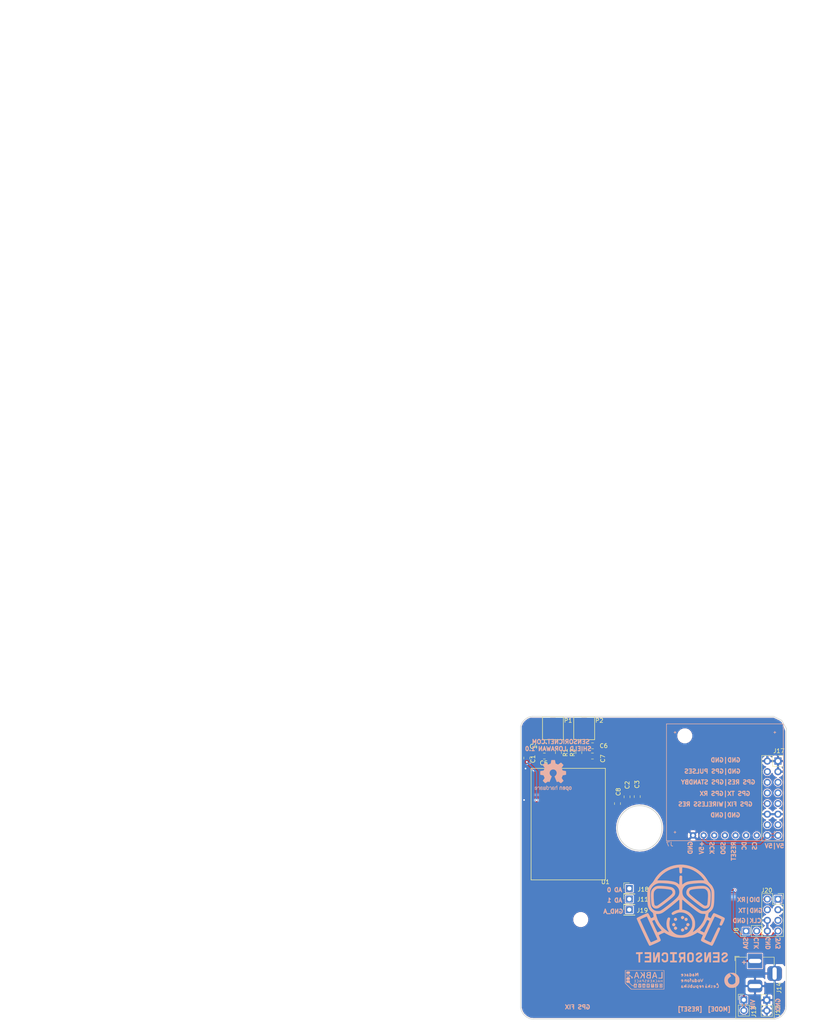
<source format=kicad_pcb>
(kicad_pcb (version 20171130) (host pcbnew 5.0.2+dfsg1-1~bpo9+1)
  (title_block (title "SENSORICNET mother board") (date 2019-02-20) (rev 1.0) (company "Labka z.s.") (comment 1 "created by i_a"))
  (layers (0 F.Cu signal) (31 B.Cu signal) (34 B.Paste user) (35 F.Paste user) (36 B.SilkS user) (37 F.SilkS user) (38 B.Mask user hide) (39 F.Mask user hide) (44 Edge.Cuts user))
  (net 0 "")
  (net 1 GND)
  (net 2 +5V)
  (net 3 +9V)
  (net 4 WIRELESS_reset)
  (net 5 +3V3)
  (net 6 Tx)
  (net 7 Rx)
  (net 8 "Net-(C4-Pad2)")
  (net 9 "Net-(C5-Pad2)")
  (net 10 "Net-(C6-Pad2)")
  (net 11 "Net-(C7-Pad2)")
  (module graphics:PCB_artwork (layer F.Cu) (at 163.29152 89.46896)
    (fp_text reference LOGO1 hide)
    (fp_text value LOGO hide)
  )
  (module SNPM:MountingHole_3.2mm_M3_DIN965 (layer F.Cu) (at 146.47672 102.37216)
    (fp_text reference J5 hide)
    (fp_text value CONN_01X01)
    (pad 1 np_thru_hole circle (at 0 0) (size 3.2 3.2) (drill 3.2) (layers *.Cu *.Mask))
  )
  (module SNPM:MountingHole_3.2mm_M3_DIN965 (layer F.Cu) (at 171.36872 58.43016)
    (fp_text reference J6 hide)
    (fp_text value CONN_01X01)
    (pad 1 np_thru_hole circle (at 0 0) (size 3.2 3.2) (drill 3.2) (layers *.Cu *.Mask))
  )
  (module Connector_PinSocket_2.54mm:PinSocket_2x08_P2.54mm_Vertical (layer F.Cu) (at 193.65722 64.46266)
    (fp_text reference J17 (at 0.2159 -2.4257) (layer F.SilkS))
    (fp_text value Conn_02x08_Odd_Even)
    (pad 1 thru_hole rect (at 0 0) (size 1.7 1.7) (drill 1) (layers *.Cu *.Mask) (net 1 GND))
    (pad 2 thru_hole oval (at -2.54 0) (size 1.7 1.7) (drill 1) (layers *.Cu *.Mask) (net 1 GND))
    (pad 3 thru_hole oval (at 0 2.54) (size 1.7 1.7) (drill 1) (layers *.Cu *.Mask) (net 1 GND))
    (pad 4 thru_hole oval (at -2.54 2.54) (size 1.7 1.7) (drill 1) (layers *.Cu *.Mask))
    (pad 5 thru_hole oval (at 0 5.08) (size 1.7 1.7) (drill 1) (layers *.Cu *.Mask))
    (pad 6 thru_hole oval (at -2.54 5.08) (size 1.7 1.7) (drill 1) (layers *.Cu *.Mask))
    (pad 7 thru_hole oval (at 0 7.62) (size 1.7 1.7) (drill 1) (layers *.Cu *.Mask))
    (pad 8 thru_hole oval (at -2.54 7.62) (size 1.7 1.7) (drill 1) (layers *.Cu *.Mask))
    (pad 9 thru_hole oval (at 0 10.16) (size 1.7 1.7) (drill 1) (layers *.Cu *.Mask))
    (pad 10 thru_hole oval (at -2.54 10.16) (size 1.7 1.7) (drill 1) (layers *.Cu *.Mask) (net 4 WIRELESS_reset))
    (pad 11 thru_hole oval (at 0 12.7) (size 1.7 1.7) (drill 1) (layers *.Cu *.Mask) (net 1 GND))
    (pad 12 thru_hole oval (at -2.54 12.7) (size 1.7 1.7) (drill 1) (layers *.Cu *.Mask) (net 1 GND))
    (pad 13 thru_hole oval (at 0 15.24) (size 1.7 1.7) (drill 1) (layers *.Cu *.Mask))
    (pad 14 thru_hole oval (at -2.54 15.24) (size 1.7 1.7) (drill 1) (layers *.Cu *.Mask))
    (pad 15 thru_hole oval (at 0 17.78) (size 1.7 1.7) (drill 1) (layers *.Cu *.Mask) (net 2 +5V))
    (pad 16 thru_hole oval (at -2.54 17.78) (size 1.7 1.7) (drill 1) (layers *.Cu *.Mask) (net 2 +5V))
  )
  (module Connector_PinSocket_2.54mm:PinSocket_2x04_P2.54mm_Vertical (layer F.Cu) (at 193.65722 97.48266)
    (fp_text reference J20 (at -2.6797 -2.0955 180) (layer F.SilkS))
    (fp_text value Conn_02x04_Odd_Even)
    (pad 8 thru_hole oval (at -2.54 7.62) (size 1.7 1.7) (drill 1) (layers *.Cu *.Mask) (net 1 GND))
    (pad 7 thru_hole oval (at 0 7.62) (size 1.7 1.7) (drill 1) (layers *.Cu *.Mask) (net 5 +3V3))
    (pad 6 thru_hole oval (at -2.54 5.08) (size 1.7 1.7) (drill 1) (layers *.Cu *.Mask) (net 1 GND))
    (pad 5 thru_hole oval (at 0 5.08) (size 1.7 1.7) (drill 1) (layers *.Cu *.Mask))
    (pad 4 thru_hole oval (at -2.54 2.54) (size 1.7 1.7) (drill 1) (layers *.Cu *.Mask) (net 6 Tx))
    (pad 3 thru_hole oval (at 0 2.54) (size 1.7 1.7) (drill 1) (layers *.Cu *.Mask) (net 1 GND))
    (pad 2 thru_hole oval (at -2.54 0) (size 1.7 1.7) (drill 1) (layers *.Cu *.Mask) (net 7 Rx))
    (pad 1 thru_hole rect (at 0 0) (size 1.7 1.7) (drill 1) (layers *.Cu *.Mask))
  )
  (module Connector_PinHeader_2.54mm:PinHeader_1x02_P2.54mm_Vertical (layer F.Cu) (at 186.02452 105.11536 90)
    (fp_text reference J8 (at 0 -2.33 90) (layer F.SilkS))
    (fp_text value Conn_02x01)
    (pad 1 thru_hole rect (at 0 0 90) (size 1.7 1.7) (drill 1) (layers *.Cu *.Mask))
    (pad 2 thru_hole oval (at 0 2.54 90) (size 1.7 1.7) (drill 1) (layers *.Cu *.Mask))
  )
  (module SNPM:OLED (layer F.Cu) (at 180.95722 82.24266)
    (fp_text reference J7 (at -13.1953 2.0955) (layer B.SilkS) (effects (justify mirror)))
    (fp_text value Conn_01x07_Female)
    (pad 1 thru_hole circle (at -7.62 0) (size 1.524 1.524) (drill 0.762) (layers *.Cu *.Mask) (net 1 GND))
    (pad 2 thru_hole circle (at -5.08 0) (size 1.524 1.524) (drill 0.762) (layers *.Cu *.Mask) (net 2 +5V))
    (pad 3 thru_hole circle (at -2.54 0) (size 1.524 1.524) (drill 0.762) (layers *.Cu *.Mask))
    (pad 4 thru_hole circle (at 0 0) (size 1.524 1.524) (drill 0.762) (layers *.Cu *.Mask))
    (pad 5 thru_hole circle (at 2.54 0) (size 1.524 1.524) (drill 0.762) (layers *.Cu *.Mask))
    (pad 6 thru_hole circle (at 5.08 0) (size 1.524 1.524) (drill 0.762) (layers *.Cu *.Mask))
    (pad 7 thru_hole circle (at 7.62 0) (size 1.524 1.524) (drill 0.762) (layers *.Cu *.Mask))
  )
  (module SNPM:OSHW-Logo2_9.8x8mm_BackSilkScreen (layer F.Cu) (at 139.87272 67.92976)
    (fp_text reference LOGO2 hide)
    (fp_text value LOGO hide)
  )
  (module Connector_BarrelJack:BarrelJack_Horizontal (layer F.Cu) (at 188.15712 112.27536 90)
    (fp_text reference J12 (at -11.9916 5.462 90) (layer F.SilkS))
    (fp_text value Barrel_Jack_Switch)
    (pad 1 thru_hole rect (at 0 0 90) (size 3.5 3.5) (drill oval 1 3) (layers *.Cu *.Mask) (net 3 +9V))
    (pad 2 thru_hole roundrect (at -6 0 90) (size 3 3.5) (drill oval 1 3) (layers *.Cu *.Mask) (net 1 GND))
    (pad 3 thru_hole roundrect (at -3 4.7 90) (size 3.5 3.5) (drill oval 3 1) (layers *.Cu *.Mask) (net 1 GND))
  )
  (module Connector_PinHeader_2.54mm:PinHeader_1x02_P2.54mm_Vertical (layer F.Cu) (at 185.49112 121.57456)
    (fp_text reference J13 (at 2.3876 2.8448 90) (layer F.SilkS))
    (fp_text value Conn_01x02_Female)
    (pad 1 thru_hole rect (at 0 0) (size 1.7 1.7) (drill 1) (layers *.Cu *.Mask) (net 3 +9V))
    (pad 2 thru_hole oval (at 0 2.54) (size 1.7 1.7) (drill 1) (layers *.Cu *.Mask) (net 3 +9V))
  )
  (module Connector_PinHeader_2.54mm:PinHeader_1x02_P2.54mm_Vertical (layer F.Cu) (at 190.97752 121.62536)
    (fp_text reference J14 (at 2.9464 -2.8956 90) (layer F.SilkS))
    (fp_text value Conn_01x02_Female)
    (pad 1 thru_hole rect (at 0 0) (size 1.7 1.7) (drill 1) (layers *.Cu *.Mask) (net 1 GND))
    (pad 2 thru_hole oval (at 0 2.54) (size 1.7 1.7) (drill 1) (layers *.Cu *.Mask) (net 1 GND))
  )
  (module Connector_PinHeader_2.54mm:PinHeader_1x01_P2.54mm_Vertical (layer F.Cu) (at 158.08452 97.46996)
    (fp_text reference J11 (at 3.2258 0.0762) (layer F.SilkS))
    (fp_text value CONN_01X01)
    (pad 1 thru_hole rect (at 0 0) (size 1.7 1.7) (drill 1) (layers *.Cu *.Mask))
  )
  (module Connector_PinHeader_2.54mm:PinHeader_1x01_P2.54mm_Vertical (layer F.Cu) (at 158.09722 94.94266)
    (fp_text reference J18 (at 3.3147 0.2159) (layer F.SilkS))
    (fp_text value CONN_01X01)
    (pad 1 thru_hole rect (at 0 0) (size 1.7 1.7) (drill 1) (layers *.Cu *.Mask))
  )
  (module Connector_PinHeader_2.54mm:PinHeader_1x01_P2.54mm_Vertical (layer F.Cu) (at 158.08452 100.00996)
    (fp_text reference J19 (at 3.1242 0.1778) (layer F.SilkS))
    (fp_text value CONN_01X01)
    (pad 1 thru_hole rect (at 0 0) (size 1.7 1.7) (drill 1) (layers *.Cu *.Mask))
  )
  (module Capacitor_SMD:C_0805_2012Metric (layer F.Cu) (at 133.57352 63.73646 90)
    (fp_text reference C1 (at -0.2309 1.4732 90) (layer F.SilkS))
    (fp_text value 100n)
    (pad 1 smd roundrect (at -0.9375 0 90) (size 0.975 1.4) (layers F.Cu F.Paste F.Mask) (net 5 +3V3))
    (pad 2 smd roundrect (at 0.9375 0 90) (size 0.975 1.4) (layers F.Cu F.Paste F.Mask) (net 1 GND))
  )
  (module Capacitor_SMD:C_0805_2012Metric (layer F.Cu) (at 157.55112 73.00976 90)
    (fp_text reference C2 (at 2.8171 0.0508 90) (layer F.SilkS))
    (fp_text value 1u)
    (pad 2 smd roundrect (at 0.9375 0 90) (size 0.975 1.4) (layers F.Cu F.Paste F.Mask) (net 1 GND))
    (pad 1 smd roundrect (at -0.9375 0 90) (size 0.975 1.4) (layers F.Cu F.Paste F.Mask) (net 5 +3V3))
  )
  (module Capacitor_SMD:C_0805_2012Metric (layer F.Cu) (at 159.98952 72.95896 90)
    (fp_text reference C3 (at 2.9233 -0.0508 90) (layer F.SilkS))
    (fp_text value 22p)
    (pad 1 smd roundrect (at -0.9375 0 90) (size 0.975 1.4) (layers F.Cu F.Paste F.Mask) (net 5 +3V3))
    (pad 2 smd roundrect (at 0.9375 0 90) (size 0.975 1.4) (layers F.Cu F.Paste F.Mask) (net 1 GND))
  )
  (module Capacitor_SMD:C_0805_2012Metric (layer F.Cu) (at 137.84072 60.81776)
    (fp_text reference C4 (at -2.6416 0.1524) (layer F.SilkS))
    (fp_text value DNP)
    (pad 1 smd roundrect (at -0.9375 0) (size 0.975 1.4) (layers F.Cu F.Paste F.Mask) (net 1 GND))
    (pad 2 smd roundrect (at 0.9375 0) (size 0.975 1.4) (layers F.Cu F.Paste F.Mask) (net 8 "Net-(C4-Pad2)"))
  )
  (module Capacitor_SMD:C_0805_2012Metric (layer F.Cu) (at 137.76682 63.25616)
    (fp_text reference C5 (at -0.1293 1.6764) (layer F.SilkS))
    (fp_text value DNP)
    (pad 2 smd roundrect (at 0.9375 0) (size 0.975 1.4) (layers F.Cu F.Paste F.Mask) (net 9 "Net-(C5-Pad2)"))
    (pad 1 smd roundrect (at -0.9375 0) (size 0.975 1.4) (layers F.Cu F.Paste F.Mask) (net 1 GND))
  )
  (module Capacitor_SMD:C_0805_2012Metric (layer F.Cu) (at 149.29382 60.81776 180)
    (fp_text reference C6 (at -2.6693 0 180) (layer F.SilkS))
    (fp_text value DNP)
    (pad 1 smd roundrect (at -0.9375 0 180) (size 0.975 1.4) (layers F.Cu F.Paste F.Mask) (net 1 GND))
    (pad 2 smd roundrect (at 0.9375 0 180) (size 0.975 1.4) (layers F.Cu F.Paste F.Mask) (net 10 "Net-(C6-Pad2)"))
  )
  (module Capacitor_SMD:C_0805_2012Metric (layer F.Cu) (at 149.27072 63.25616 180)
    (fp_text reference C7 (at -2.4892 -0.6096 270) (layer F.SilkS))
    (fp_text value DNP)
    (pad 2 smd roundrect (at 0.9375 0 180) (size 0.975 1.4) (layers F.Cu F.Paste F.Mask) (net 11 "Net-(C7-Pad2)"))
    (pad 1 smd roundrect (at -0.9375 0 180) (size 0.975 1.4) (layers F.Cu F.Paste F.Mask) (net 1 GND))
  )
  (module Capacitor_SMD:C_0805_2012Metric (layer F.Cu) (at 155.26512 74.63536 270)
    (fp_text reference C8 (at -2.8171 -0.2032 270) (layer F.SilkS))
    (fp_text value 100n)
    (pad 2 smd roundrect (at 0.9375 0 270) (size 0.975 1.4) (layers F.Cu F.Paste F.Mask) (net 5 +3V3))
    (pad 1 smd roundrect (at -0.9375 0 270) (size 0.975 1.4) (layers F.Cu F.Paste F.Mask) (net 1 GND))
  )
  (module SNPM:Antenna_conn (layer F.Cu) (at 139.82192 55.83936 270)
    (fp_text reference P1 (at -1.0795 -3.62966) (layer F.SilkS))
    (fp_text value SMA_mini hide)
    (pad 1 smd rect (at 0 1.5 270) (size 2.2 1) (layers F.Cu F.Paste F.Mask) (net 1 GND))
    (pad 2 smd rect (at 2 0 270) (size 1.4 1) (layers F.Cu F.Paste F.Mask) (net 8 "Net-(C4-Pad2)"))
    (pad 3 smd rect (at 0 -1.5 270) (size 2.2 1) (layers F.Cu F.Paste F.Mask) (net 1 GND))
  )
  (module SNPM:Antenna_conn (layer F.Cu) (at 147.28952 55.83936 270)
    (fp_text reference P2 (at -1.0795 -3.62966) (layer F.SilkS))
    (fp_text value SMA_mini hide)
    (pad 3 smd rect (at 0 -1.5 270) (size 2.2 1) (layers F.Cu F.Paste F.Mask) (net 1 GND))
    (pad 2 smd rect (at 2 0 270) (size 1.4 1) (layers F.Cu F.Paste F.Mask) (net 10 "Net-(C6-Pad2)"))
    (pad 1 smd rect (at 0 1.5 270) (size 2.2 1) (layers F.Cu F.Paste F.Mask) (net 1 GND))
  )
  (module Resistor_SMD:R_0805_2012Metric (layer F.Cu) (at 141.14272 62.44336 270)
    (fp_text reference R1 (at 0 -1.65 270) (layer F.SilkS))
    (fp_text value 0R)
    (pad 1 smd roundrect (at -0.9375 0 270) (size 0.975 1.4) (layers F.Cu F.Paste F.Mask) (net 8 "Net-(C4-Pad2)"))
    (pad 2 smd roundrect (at 0.9375 0 270) (size 0.975 1.4) (layers F.Cu F.Paste F.Mask) (net 9 "Net-(C5-Pad2)"))
  )
  (module Resistor_SMD:R_0805_2012Metric (layer F.Cu) (at 146.01952 62.44336 270)
    (fp_text reference R2 (at 0 1.524 270) (layer F.SilkS))
    (fp_text value 0R)
    (pad 2 smd roundrect (at 0.9375 0 270) (size 0.975 1.4) (layers F.Cu F.Paste F.Mask) (net 11 "Net-(C7-Pad2)"))
    (pad 1 smd roundrect (at -0.9375 0 270) (size 0.975 1.4) (layers F.Cu F.Paste F.Mask) (net 10 "Net-(C6-Pad2)"))
  )
  (module SNPM:RN2483_top (layer F.Cu) (at 134.58952 92.87256)
    (fp_text reference U1 (at 17.78 0.5) (layer F.SilkS))
    (fp_text value RN2483)
    (pad 1 smd rect (at 18.415 -1.27) (size 1.8 1) (layers F.Cu F.Paste F.Mask) (net 1 GND))
    (pad 2 smd rect (at 18.415 -2.54) (size 1.8 1) (layers F.Cu F.Paste F.Mask))
    (pad 3 smd rect (at 18.415 -3.81) (size 1.8 1) (layers F.Cu F.Paste F.Mask))
    (pad 4 smd rect (at 18.415 -5.08) (size 1.8 1) (layers F.Cu F.Paste F.Mask))
    (pad 5 smd rect (at 18.415 -6.35) (size 1.8 1) (layers F.Cu F.Paste F.Mask))
    (pad 6 smd rect (at 18.415 -7.62) (size 1.8 1) (layers F.Cu F.Paste F.Mask) (net 7 Rx))
    (pad 7 smd rect (at 18.415 -8.89) (size 1.8 1) (layers F.Cu F.Paste F.Mask) (net 6 Tx))
    (pad 8 smd rect (at 18.415 -10.16) (size 1.8 1) (layers F.Cu F.Paste F.Mask) (net 1 GND))
    (pad 9 smd rect (at 18.415 -11.43) (size 1.8 1) (layers F.Cu F.Paste F.Mask))
    (pad 10 smd rect (at 18.415 -12.7) (size 1.8 1) (layers F.Cu F.Paste F.Mask))
    (pad 11 smd rect (at 18.415 -13.97) (size 1.8 1) (layers F.Cu F.Paste F.Mask) (net 1 GND))
    (pad 12 smd rect (at 18.415 -15.24) (size 1.8 1) (layers F.Cu F.Paste F.Mask) (net 5 +3V3))
    (pad 13 smd rect (at 18.415 -16.51) (size 1.8 1) (layers F.Cu F.Paste F.Mask))
    (pad 14 smd rect (at 18.415 -17.78) (size 1.8 1) (layers F.Cu F.Paste F.Mask))
    (pad 15 smd rect (at 18.415 -19.05) (size 1.8 1) (layers F.Cu F.Paste F.Mask))
    (pad 16 smd rect (at 18.415 -20.32) (size 1.8 1) (layers F.Cu F.Paste F.Mask))
    (pad 17 smd rect (at 18.415 -21.59) (size 1.8 1) (layers F.Cu F.Paste F.Mask))
    (pad 18 smd rect (at 18.415 -22.86) (size 1.8 1) (layers F.Cu F.Paste F.Mask))
    (pad 19 smd rect (at 18.415 -24.13) (size 1.8 1) (layers F.Cu F.Paste F.Mask))
    (pad 20 smd rect (at 18.415 -25.4) (size 1.8 1) (layers F.Cu F.Paste F.Mask) (net 1 GND))
    (pad 21 smd rect (at 12.7 -27.305) (size 1 1.8) (layers F.Cu F.Paste F.Mask) (net 1 GND))
    (pad 22 smd rect (at 11.43 -27.305) (size 1 1.8) (layers F.Cu F.Paste F.Mask) (net 1 GND))
    (pad 23 smd rect (at 10.16 -27.305) (size 1 1.8) (layers F.Cu F.Paste F.Mask) (net 11 "Net-(C7-Pad2)"))
    (pad 24 smd rect (at 8.89 -27.305) (size 1 1.8) (layers F.Cu F.Paste F.Mask) (net 1 GND))
    (pad 25 smd rect (at 7.62 -27.305) (size 1 1.8) (layers F.Cu F.Paste F.Mask) (net 9 "Net-(C5-Pad2)"))
    (pad 26 smd rect (at 6.35 -27.305) (size 1 1.8) (layers F.Cu F.Paste F.Mask) (net 1 GND))
    (pad 27 smd rect (at 5.08 -27.305) (size 1 1.8) (layers F.Cu F.Paste F.Mask) (net 1 GND))
    (pad 28 smd rect (at -0.635 -25.4) (size 1.8 1) (layers F.Cu F.Paste F.Mask) (net 1 GND))
    (pad 29 smd rect (at -0.635 -24.13) (size 1.8 1) (layers F.Cu F.Paste F.Mask))
    (pad 30 smd rect (at -0.635 -22.86) (size 1.8 1) (layers F.Cu F.Paste F.Mask))
    (pad 31 smd rect (at -0.635 -21.59) (size 1.8 1) (layers F.Cu F.Paste F.Mask))
    (pad 32 smd rect (at -0.635 -20.32) (size 1.8 1) (layers F.Cu F.Paste F.Mask) (net 4 WIRELESS_reset))
    (pad 33 smd rect (at -0.635 -19.05) (size 1.8 1) (layers F.Cu F.Paste F.Mask) (net 1 GND))
    (pad 34 smd rect (at -0.635 -17.78) (size 1.8 1) (layers F.Cu F.Paste F.Mask) (net 5 +3V3))
    (pad 35 smd rect (at -0.635 -16.51) (size 1.8 1) (layers F.Cu F.Paste F.Mask))
    (pad 36 smd rect (at -0.635 -15.24) (size 1.8 1) (layers F.Cu F.Paste F.Mask))
    (pad 37 smd rect (at -0.635 -13.97) (size 1.8 1) (layers F.Cu F.Paste F.Mask))
    (pad 38 smd rect (at -0.635 -12.7) (size 1.8 1) (layers F.Cu F.Paste F.Mask))
    (pad 39 smd rect (at -0.635 -11.43) (size 1.8 1) (layers F.Cu F.Paste F.Mask))
    (pad 40 smd rect (at -0.635 -10.16) (size 1.8 1) (layers F.Cu F.Paste F.Mask))
    (pad 41 smd rect (at -0.635 -8.89) (size 1.8 1) (layers F.Cu F.Paste F.Mask) (net 1 GND))
    (pad 42 smd rect (at -0.635 -7.62) (size 1.8 1) (layers F.Cu F.Paste F.Mask))
    (pad 43 smd rect (at -0.635 -6.35) (size 1.8 1) (layers F.Cu F.Paste F.Mask))
    (pad 44 smd rect (at -0.635 -5.08) (size 1.8 1) (layers F.Cu F.Paste F.Mask))
    (pad 45 smd rect (at -0.635 -3.81) (size 1.8 1) (layers F.Cu F.Paste F.Mask))
    (pad 46 smd rect (at -0.635 -2.54) (size 1.8 1) (layers F.Cu F.Paste F.Mask))
    (pad 47 smd rect (at -0.635 -1.27) (size 1.8 1) (layers F.Cu F.Paste F.Mask) (net 1 GND))
  )
  (gr_text [RESET] (at 172.61332 123.80976) (layer B.SilkS) (effects (font (size 1 1) (thickness 0.25)) (justify mirror)))
  (gr_text [MODE] (at 179.59832 123.80976) (layer B.SilkS) (effects (font (size 1 1) (thickness 0.25)) (justify mirror)))
  (gr_text "GPS FIX" (at 145.71472 123.30176) (layer B.SilkS) (effects (font (size 1 1) (thickness 0.25)) (justify mirror)))
  (gr_text SENSORICNET.COM (at 141.70152 59.85256) (layer B.SilkS) (effects (font (size 1 1) (thickness 0.25)) (justify mirror)))
  (gr_text + (at 185.54192 112.53216) (layer B.SilkS) (effects (font (size 1 1) (thickness 0.25)) (justify mirror)))
  (gr_text GND (at 193.66992 122.74296 90) (layer B.SilkS) (effects (font (size 1 1) (thickness 0.25)) (justify mirror)))
  (gr_text VIN (at 187.62472 122.69216 90) (layer B.SilkS) (effects (font (size 1 1) (thickness 0.25)) (justify mirror)))
  (gr_text SDA (at 185.97372 108.02366 90) (layer B.SilkS) (effects (font (size 1 1) (thickness 0.25)) (justify mirror)))
  (gr_text CLK (at 188.51372 108.02366 90) (layer B.SilkS) (effects (font (size 1 1) (thickness 0.25)) (justify mirror)))
  (gr_text GND (at 191.30772 108.02366 90) (layer B.SilkS) (effects (font (size 1 1) (thickness 0.25)) (justify mirror)))
  (gr_text 3V3 (at 193.72072 108.02366 90) (layer B.SilkS) (effects (font (size 1 1) (thickness 0.25)) (justify mirror)))
  (gr_text GND_A (at 154.24912 100.41636) (layer B.SilkS) (effects (font (size 1 1) (thickness 0.25)) (justify mirror)))
  (gr_text "AD 1" (at 154.57932 97.77476) (layer B.SilkS) (effects (font (size 1 1) (thickness 0.25)) (justify mirror)))
  (gr_text "AD 0" (at 154.55392 95.28556) (layer B.SilkS) (effects (font (size 1 1) (thickness 0.25)) (justify mirror)))
  (gr_text CLK|GND (at 186.25312 102.65156) (layer B.SilkS) (effects (font (size 1 1) (thickness 0.25)) (justify mirror)))
  (gr_text DIO|RX (at 186.63412 97.63506) (layer B.SilkS) (effects (font (size 1 1) (thickness 0.25)) (justify mirror)))
  (gr_text GND|TX (at 187.06592 100.22586) (layer B.SilkS) (effects (font (size 1 1) (thickness 0.25)) (justify mirror)))
  (gr_text GND (at 172.68952 85.20176 90) (layer B.SilkS) (effects (font (size 1 1) (thickness 0.25)) (justify mirror)))
  (gr_text +5V (at 175.38192 85.20176 90) (layer B.SilkS) (effects (font (size 1 1) (thickness 0.25)) (justify mirror)))
  (gr_text SCK (at 177.92192 85.25256 90) (layer B.SilkS) (effects (font (size 1 1) (thickness 0.25)) (justify mirror)))
  (gr_text SDO (at 180.56352 85.30336 90) (layer B.SilkS) (effects (font (size 1 1) (thickness 0.25)) (justify mirror)))
  (gr_text DC (at 185.59272 84.74456 90) (layer B.SilkS) (effects (font (size 1 1) (thickness 0.25)) (justify mirror)))
  (gr_text RESET (at 183.05272 86.01456 90) (layer B.SilkS) (effects (font (size 1 1) (thickness 0.25)) (justify mirror)))
  (gr_text CS (at 188.08192 84.74456 90) (layer B.SilkS) (effects (font (size 1 1) (thickness 0.25)) (justify mirror)))
  (gr_text GND|GND (at 181.07152 77.37856) (layer B.SilkS) (effects (font (size 1 1) (thickness 0.25)) (justify mirror)))
  (gr_text 5V|5V (at 192.80632 84.74456) (layer B.SilkS) (effects (font (size 1 1) (thickness 0.25)) (justify mirror)))
  (gr_text "GPS FIX|WIRELESS RES" (at 178.68392 74.78776) (layer B.SilkS) (effects (font (size 1 1) (thickness 0.25)) (justify mirror)))
  (gr_text "GPS RES|GPS STANDBY" (at 179.34432 69.50456) (layer B.SilkS) (effects (font (size 1 1) (thickness 0.25)) (justify mirror)))
  (gr_text "GND|GPS PULSES" (at 177.97272 66.91376) (layer B.SilkS) (effects (font (size 1 1) (thickness 0.25)) (justify mirror)))
  (gr_text GND|GND (at 181.12232 64.22136) (layer B.SilkS) (effects (font (size 1 1) (thickness 0.25)) (justify mirror)))
  (gr_text "GPS TX|GPS RX" (at 180.96992 72.24776) (layer B.SilkS) (effects (font (size 1 1) (thickness 0.25)) (justify mirror)))
  (gr_text "SHIELD LORAWAN 1.0" (at 141.09192 61.52896) (layer B.SilkS) (effects (font (size 1 1) (thickness 0.25)) (justify mirror)))
  (gr_circle (center 160.57372 80.46466) (end 165.90772 80.97266) (layer Edge.Cuts) (width 0.2))
  (gr_line (start 132.334 124.2695) (end 132.08 123.3805) (angle 90) (layer Edge.Cuts) (width 0.15))
  (gr_line (start 195.6435 56.642) (end 195.6435 123.1265) (angle 90) (layer Edge.Cuts) (width 0.15))
  (gr_line (start 194.564 54.737) (end 192.5955 53.7845) (angle 90) (layer Edge.Cuts) (width 0.15))
  (gr_line (start 195.6435 56.642) (end 194.564 54.737) (angle 90) (layer Edge.Cuts) (width 0.15))
  (gr_line (start 173.1645 126.1745) (end 192.913 126.1745) (angle 90) (layer Edge.Cuts) (width 0.15))
  (gr_line (start 132.08 56.1975) (end 132.08 56.388) (angle 90) (layer Edge.Cuts) (width 0.15))
  (gr_line (start 132.08 123.3805) (end 132.08 56.388) (angle 90) (layer Edge.Cuts) (width 0.15))
  (gr_line (start 135.128 126.1745) (end 173.1645 126.1745) (angle 90) (layer Edge.Cuts) (width 0.15))
  (gr_line (start 195.58 123.8885) (end 195.1355 124.7775) (angle 90) (layer Edge.Cuts) (width 0.15))
  (gr_line (start 194.437 125.5395) (end 193.7385 125.9205) (angle 90) (layer Edge.Cuts) (width 0.15))
  (gr_line (start 193.7385 125.9205) (end 192.913 126.1745) (angle 90) (layer Edge.Cuts) (width 0.15))
  (gr_line (start 195.6435 123.1265) (end 195.58 123.8885) (angle 90) (layer Edge.Cuts) (width 0.15))
  (gr_line (start 195.1355 124.7775) (end 194.437 125.5395) (angle 90) (layer Edge.Cuts) (width 0.15))
  (gr_line (start 133.477 125.6665) (end 132.715 124.968) (angle 90) (layer Edge.Cuts) (width 0.15))
  (gr_line (start 135.128 126.1745) (end 134.366 126.111) (angle 90) (layer Edge.Cuts) (width 0.15))
  (gr_line (start 159.9565 53.7845) (end 192.5955 53.7845) (angle 90) (layer Edge.Cuts) (width 0.15))
  (gr_line (start 146.6215 53.7845) (end 159.9565 53.7845) (angle 90) (layer Edge.Cuts) (width 0.15))
  (gr_line (start 138.2395 53.7845) (end 146.6215 53.7845) (angle 90) (layer Edge.Cuts) (width 0.15))
  (gr_line (start 134.9375 53.7845) (end 138.2395 53.7845) (angle 90) (layer Edge.Cuts) (width 0.15))
  (gr_line (start 134.366 53.848) (end 134.9375 53.7845) (angle 90) (layer Edge.Cuts) (width 0.15))
  (gr_line (start 133.7945 54.0385) (end 134.366 53.848) (angle 90) (layer Edge.Cuts) (width 0.15))
  (gr_line (start 133.1595 54.483) (end 133.7945 54.0385) (angle 90) (layer Edge.Cuts) (width 0.15))
  (gr_line (start 132.715 54.9275) (end 133.1595 54.483) (angle 90) (layer Edge.Cuts) (width 0.15))
  (gr_line (start 132.3975 55.372) (end 132.715 54.9275) (angle 90) (layer Edge.Cuts) (width 0.15))
  (gr_line (start 132.08 56.1975) (end 132.3975 55.372) (angle 90) (layer Edge.Cuts) (width 0.15))
  (gr_line (start 132.715 124.968) (end 132.334 124.2695) (angle 90) (layer Edge.Cuts) (width 0.15))
  (gr_line (start 134.366 126.111) (end 133.477 125.6665) (angle 90) (layer Edge.Cuts) (width 0.15))
  (via (at 133.26872 66.25336) (size 0.6) (drill 0.4) (layers F.Cu B.Cu) (net 1))
  (segment (start 133.95452 66.93916) (end 133.26872 66.25336) (width 0.5) (layer F.Cu) (net 1))
  (segment (start 133.95452 67.47256) (end 133.95452 66.93916) (width 0.5) (layer F.Cu) (net 1))
  (via (at 132.91312 73.77176) (size 0.6) (drill 0.4) (layers F.Cu B.Cu) (net 1))
  (segment (start 132.91312 66.60896) (end 132.91312 73.77176) (width 0.5) (layer B.Cu) (net 1))
  (segment (start 133.26872 66.25336) (end 132.91312 66.60896) (width 0.5) (layer B.Cu) (net 1))
  (segment (start 133.90372 73.77176) (end 133.95452 73.82256) (width 0.5) (layer F.Cu) (net 1))
  (segment (start 132.91312 73.77176) (end 133.90372 73.77176) (width 0.5) (layer F.Cu) (net 1))
  (segment (start 175.87722 83.32029) (end 176.59029 84.03336) (width 0.5) (layer B.Cu) (net 2))
  (segment (start 175.87722 82.24266) (end 175.87722 83.32029) (width 0.5) (layer B.Cu) (net 2))
  (segment (start 189.32652 84.03336) (end 191.11722 82.24266) (width 0.5) (layer B.Cu) (net 2))
  (segment (start 176.59029 84.03336) (end 189.32652 84.03336) (width 0.5) (layer B.Cu) (net 2))
  (segment (start 191.11722 82.24266) (end 193.65722 82.24266) (width 0.5) (layer B.Cu) (net 2))
  (segment (start 185.49112 124.11456) (end 185.49112 121.57456) (width 0.5) (layer B.Cu) (net 3))
  (segment (start 185.90712 112.27536) (end 188.15712 112.27536) (width 0.5) (layer F.Cu) (net 3))
  (segment (start 185.49112 112.69136) (end 185.90712 112.27536) (width 0.5) (layer F.Cu) (net 3))
  (segment (start 185.49112 121.57456) (end 185.49112 112.69136) (width 0.5) (layer F.Cu) (net 3))
  (segment (start 133.95452 72.55256) (end 145.46072 72.55256) (width 0.15) (layer F.Cu) (net 4))
  (segment (start 145.46072 72.55256) (end 151.91232 66.10096) (width 0.15) (layer F.Cu) (net 4))
  (segment (start 151.91232 66.10096) (end 166.69512 66.10096) (width 0.15) (layer F.Cu) (net 4))
  (segment (start 175.21682 74.62266) (end 191.11722 74.62266) (width 0.15) (layer F.Cu) (net 4))
  (segment (start 166.69512 66.10096) (end 175.21682 74.62266) (width 0.15) (layer F.Cu) (net 4))
  (segment (start 152.76666 77.543912) (end 152.76666 77.543911) (width 0.5) (layer F.Cu) (net 5))
  (segment (start 152.733621 77.63256) (end 152.76666 77.543912) (width 0.5) (layer F.Cu) (net 5))
  (segment (start 137.89452 77.63256) (end 152.733621 77.63256) (width 0.5) (layer F.Cu) (net 5))
  (segment (start 135.35452 75.09256) (end 137.89452 77.63256) (width 0.5) (layer F.Cu) (net 5))
  (segment (start 133.95452 75.09256) (end 135.35452 75.09256) (width 0.5) (layer F.Cu) (net 5))
  (segment (start 133.77442 74.91246) (end 133.95452 75.09256) (width 0.5) (layer F.Cu) (net 5))
  (segment (start 155.26512 76.77196) (end 155.26512 75.57286) (width 0.5) (layer F.Cu) (net 5))
  (segment (start 154.40452 77.63256) (end 155.26512 76.77196) (width 0.5) (layer F.Cu) (net 5))
  (segment (start 153.00452 77.63256) (end 154.40452 77.63256) (width 0.5) (layer F.Cu) (net 5))
  (segment (start 155.92552 75.57286) (end 157.55112 73.94726) (width 0.5) (layer F.Cu) (net 5))
  (segment (start 155.26512 75.57286) (end 155.92552 75.57286) (width 0.5) (layer F.Cu) (net 5))
  (segment (start 159.93872 73.94726) (end 159.98952 73.89646) (width 0.5) (layer F.Cu) (net 5))
  (segment (start 157.55112 73.94726) (end 159.93872 73.94726) (width 0.5) (layer F.Cu) (net 5))
  (via (at 135.91032 73.82256) (size 0.6) (drill 0.4) (layers F.Cu B.Cu) (net 5))
  (segment (start 135.91032 74.53676) (end 135.91032 73.82256) (width 0.5) (layer F.Cu) (net 5))
  (segment (start 135.35452 75.09256) (end 135.91032 74.53676) (width 0.5) (layer F.Cu) (net 5))
  (via (at 133.57352 64.67396) (size 0.6) (drill 0.4) (layers F.Cu B.Cu) (net 5))
  (segment (start 135.91032 67.01076) (end 133.57352 64.67396) (width 0.5) (layer B.Cu) (net 5))
  (segment (start 135.91032 73.82256) (end 135.91032 67.01076) (width 0.5) (layer B.Cu) (net 5))
  (segment (start 159.98952 73.89646) (end 163.82262 73.89646) (width 0.5) (layer F.Cu) (net 5))
  (segment (start 163.82262 73.89646) (end 169.64152 79.71536) (width 0.5) (layer F.Cu) (net 5))
  (segment (start 169.64152 79.71536) (end 169.64152 92.41536) (width 0.5) (layer F.Cu) (net 5))
  (via (at 183.30672 95.31096) (size 0.6) (drill 0.4) (layers F.Cu B.Cu) (net 5))
  (segment (start 172.53712 95.31096) (end 183.30672 95.31096) (width 0.5) (layer F.Cu) (net 5))
  (segment (start 169.64152 92.41536) (end 172.53712 95.31096) (width 0.5) (layer F.Cu) (net 5))
  (segment (start 192.807221 105.952659) (end 193.65722 105.10266) (width 0.5) (layer B.Cu) (net 5))
  (segment (start 192.394519 106.365361) (end 192.807221 105.952659) (width 0.5) (layer B.Cu) (net 5))
  (segment (start 184.854519 106.365361) (end 192.394519 106.365361) (width 0.5) (layer B.Cu) (net 5))
  (segment (start 183.006721 104.517563) (end 184.854519 106.365361) (width 0.5) (layer B.Cu) (net 5))
  (segment (start 183.006721 95.610959) (end 183.006721 104.517563) (width 0.5) (layer B.Cu) (net 5))
  (segment (start 183.30672 95.31096) (end 183.006721 95.610959) (width 0.5) (layer B.Cu) (net 5))
  (segment (start 191.967219 99.172661) (end 191.11722 100.02266) (width 0.15) (layer F.Cu) (net 6))
  (segment (start 192.192221 98.947659) (end 191.967219 99.172661) (width 0.15) (layer F.Cu) (net 6))
  (segment (start 191.633221 96.407659) (end 192.192221 96.966659) (width 0.15) (layer F.Cu) (net 6))
  (segment (start 192.192221 96.966659) (end 192.192221 98.947659) (width 0.15) (layer F.Cu) (net 6))
  (segment (start 166.479619 96.407659) (end 191.633221 96.407659) (width 0.15) (layer F.Cu) (net 6))
  (segment (start 154.05452 83.98256) (end 166.479619 96.407659) (width 0.15) (layer F.Cu) (net 6))
  (segment (start 153.00452 83.98256) (end 154.05452 83.98256) (width 0.15) (layer F.Cu) (net 6))
  (segment (start 189.915139 97.48266) (end 191.11722 97.48266) (width 0.15) (layer F.Cu) (net 7))
  (segment (start 166.28462 97.48266) (end 189.915139 97.48266) (width 0.15) (layer F.Cu) (net 7))
  (segment (start 154.05452 85.25256) (end 166.28462 97.48266) (width 0.15) (layer F.Cu) (net 7))
  (segment (start 153.00452 85.25256) (end 154.05452 85.25256) (width 0.15) (layer F.Cu) (net 7))
  (segment (start 141.14272 59.16016) (end 139.82192 57.83936) (width 0.5) (layer F.Cu) (net 8))
  (segment (start 141.14272 61.50586) (end 141.14272 59.16016) (width 0.5) (layer F.Cu) (net 8))
  (segment (start 140.45462 60.81776) (end 141.14272 61.50586) (width 0.5) (layer F.Cu) (net 8))
  (segment (start 138.77822 60.81776) (end 140.45462 60.81776) (width 0.5) (layer F.Cu) (net 8))
  (segment (start 142.10792 64.34606) (end 141.14272 63.38086) (width 0.5) (layer F.Cu) (net 9))
  (segment (start 142.10792 65.77076) (end 142.10792 64.34606) (width 0.5) (layer F.Cu) (net 9))
  (segment (start 141.01802 63.25616) (end 141.14272 63.38086) (width 0.5) (layer F.Cu) (net 9))
  (segment (start 138.70432 63.25616) (end 141.01802 63.25616) (width 0.5) (layer F.Cu) (net 9))
  (segment (start 146.01952 59.10936) (end 147.28952 57.83936) (width 0.5) (layer F.Cu) (net 10))
  (segment (start 146.01952 61.50586) (end 146.01952 59.10936) (width 0.5) (layer F.Cu) (net 10))
  (segment (start 147.66822 61.50586) (end 148.35632 60.81776) (width 0.5) (layer F.Cu) (net 10))
  (segment (start 146.01952 61.50586) (end 147.66822 61.50586) (width 0.5) (layer F.Cu) (net 10))
  (segment (start 145.83942 63.56096) (end 146.01952 63.38086) (width 0.5) (layer F.Cu) (net 11))
  (segment (start 145.25752 63.56096) (end 145.83942 63.56096) (width 0.5) (layer F.Cu) (net 11))
  (segment (start 144.64792 64.17056) (end 144.64792 65.77076) (width 0.5) (layer F.Cu) (net 11))
  (segment (start 145.25752 63.56096) (end 144.64792 64.17056) (width 0.5) (layer F.Cu) (net 11))
  (segment (start 146.14422 63.25616) (end 146.01952 63.38086) (width 0.5) (layer F.Cu) (net 11))
  (segment (start 148.33322 63.25616) (end 146.14422 63.25616) (width 0.5) (layer F.Cu) (net 11))
  (zone (net 1) (net_name GND) (layer F.Cu) (connect_pads (clearance 0.2)) (min_thickness 0.254) (fill yes (arc_segments 16) (thermal_gap 0.508) (thermal_bridge_width 0.508))
    (polygon (pts (xy 195.49872 123.45416) (xy 195.24472 124.21616) (xy 194.73672 124.97816) (xy 194.22872 125.48616) (xy 192.95872 125.99416) (xy 134.79272 125.99416) (xy 134.03072 125.74016) (xy 133.26872 125.23216) (xy 132.50672 124.21616) (xy 132.25272 123.45416) (xy 132.25272 56.14416) (xy 132.76072 55.12816) (xy 133.26872 54.62016) (xy 134.03072 54.11216) (xy 135.30072 54.11216) (xy 192.70472 54.11216) (xy 193.46672 54.36616) (xy 194.48272 55.12816) (xy 194.99072 56.14416) (xy 195.24472 56.90616) (xy 195.49872 57.66816)))
  )
  (zone (net 1) (net_name GND) (layer B.Cu) (connect_pads (clearance 0.2)) (min_thickness 0.254) (fill yes (arc_segments 16) (thermal_gap 0.508) (thermal_bridge_width 0.508))
    (polygon (pts (xy 192.70472 54.11216) (xy 193.46672 54.36616) (xy 194.48272 55.12816) (xy 194.99072 56.14416) (xy 195.49872 57.66816) (xy 195.49872 123.45416) (xy 195.24472 124.21616) (xy 194.73672 124.97816) (xy 194.22872 125.48616) (xy 192.95872 125.99416) (xy 134.79272 125.99416) (xy 134.03072 125.74016) (xy 133.26872 125.23216) (xy 132.50672 124.21616) (xy 132.25272 123.45416) (xy 132.25272 56.14416) (xy 132.76072 55.12816) (xy 133.26872 54.62016) (xy 134.03072 54.11216)))
  )
)
</source>
